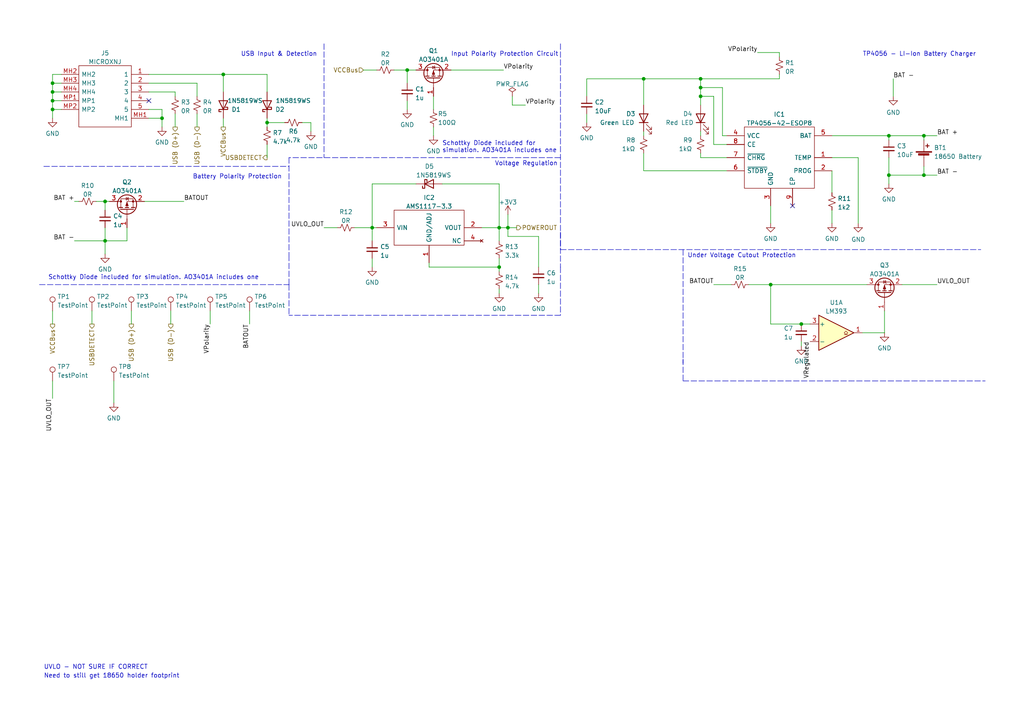
<source format=kicad_sch>
(kicad_sch (version 20211123) (generator eeschema)
  (paper "A4")
  (title_block (title "Power Module for STMDiscovery HAT") (date "2022-03-17") (rev "v0.1.1") (company "UCT") (comment 1 "Ryan Jones") (comment 2 "Group 7") (comment 3 "@Checked By: ") (comment 4 "@Authors: Ryan Jones, Alex Cargill & Devlin Trafford"))
  (lib_symbols
    (symbol "AMS1117-3.3V:AMS1117-3.3" (pin_names (offset 0.762))
      (property "Reference" "IC?" (at 15.24 6.189 0))
      (property "Value" "AMS1117-3.3" (at 15.24 3.6521 0))
      (symbol "AMS1117-3.3_0_0"
        (pin passive line (at 15.24 -12.7 90) (length 5.08) (name "GND/ADJ") (number "1"))
        (pin passive line (at 30.48 -2.54 180) (length 5.08) (name "VOUT") (number "2"))
        (pin passive line (at 0 -2.54 0) (length 5.08) (name "VIN") (number "3"))
        (pin no_connect line (at 30.48 -6.35 180) (length 5.08) (name "NC") (number "4"))
      )
      (symbol "AMS1117-3.3_0_1"
        (polyline (pts (xy 5.08 2.54) (xy 25.4 2.54) (xy 25.4 -7.62) (xy 5.08 -7.62) (xy 5.08 2.54)) (stroke (width 0.1524)))
      )
    )
    (symbol "Comparator:LM393" (pin_names (offset 0.127))
      (property "Reference" "U" (at 3.81 3.81 0))
      (property "Value" "LM393" (at 6.35 -3.81 0))
      (symbol "LM393_1_1"
        (polyline (pts (xy -5.08 5.08) (xy 5.08 0) (xy -5.08 -5.08) (xy -5.08 5.08)) (stroke (width 0.254)) (fill (type background)))
        (polyline (pts (xy 3.302 -0.508) (xy 2.794 -0.508) (xy 3.302 0) (xy 2.794 0.508) (xy 2.286 0) (xy 2.794 -0.508) (xy 2.286 -0.508)) (stroke (width 0.127)))
        (pin open_collector line (at 7.62 0 180) (length 2.54) (name "~") (number "1"))
        (pin input line (at -7.62 -2.54 0) (length 2.54) (name "-") (number "2"))
        (pin input line (at -7.62 2.54 0) (length 2.54) (name "+") (number "3"))
      )
      (symbol "LM393_2_1"
        (polyline (pts (xy -5.08 5.08) (xy 5.08 0) (xy -5.08 -5.08) (xy -5.08 5.08)) (stroke (width 0.254)) (fill (type background)))
        (polyline (pts (xy 3.302 -0.508) (xy 2.794 -0.508) (xy 3.302 0) (xy 2.794 0.508) (xy 2.286 0) (xy 2.794 -0.508) (xy 2.286 -0.508)) (stroke (width 0.127)))
        (pin input line (at -7.62 2.54 0) (length 2.54) (name "+") (number "5"))
        (pin input line (at -7.62 -2.54 0) (length 2.54) (name "_") (number "6"))
        (pin open_collector line (at 7.62 0 180) (length 2.54) (name "~") (number "7"))
      )
      (symbol "LM393_3_1"
        (pin power_in line (at -2.54 -7.62 90) (length 3.81) (name "V-") (number "4"))
        (pin power_in line (at -2.54 7.62 270) (length 3.81) (name "V+") (number "8"))
      )
    )
    (symbol "Connector:TestPoint" (pin_numbers hide) (pin_names (offset 0.762) hide)
      (property "Reference" "TP" (at 0 6.858 0))
      (property "Value" "TestPoint" (at 0 5.08 0))
      (symbol "TestPoint_0_1"
        (circle (center 0 3.302) (radius 0.762))
      )
      (symbol "TestPoint_1_1"
        (pin passive line (at 0 0 90) (length 2.54) (name "1") (number "1"))
      )
    )
    (symbol "Device:Battery_Cell" (pin_numbers hide) (pin_names (offset 0) hide)
      (property "Reference" "BT" (at 2.54 2.54 0))
      (property "Value" "Battery_Cell" (at 2.54 0 0))
      (symbol "Battery_Cell_0_1"
        (rectangle (start -2.286 1.778) (end 2.286 1.524) (fill (type outline)))
        (rectangle (start -1.5748 1.1938) (end 1.4732 0.6858) (fill (type outline)))
        (polyline (pts (xy 0 0.762) (xy 0 0)))
        (polyline (pts (xy 0 1.778) (xy 0 2.54)))
        (polyline (pts (xy 0.508 3.429) (xy 1.524 3.429)) (stroke (width 0.254)))
        (polyline (pts (xy 1.016 3.937) (xy 1.016 2.921)) (stroke (width 0.254)))
      )
      (symbol "Battery_Cell_1_1"
        (pin passive line (at 0 5.08 270) (length 2.54) (name "+") (number "1"))
        (pin passive line (at 0 -2.54 90) (length 2.54) (name "-") (number "2"))
      )
    )
    (symbol "Device:C_Small" (pin_numbers hide) (pin_names (offset 0.254) hide)
      (property "Reference" "C" (at 0.254 1.778 0))
      (property "Value" "C_Small" (at 0.254 -2.032 0))
      (symbol "C_Small_0_1"
        (polyline (pts (xy -1.524 -0.508) (xy 1.524 -0.508)) (stroke (width 0.3302)))
        (polyline (pts (xy -1.524 0.508) (xy 1.524 0.508)) (stroke (width 0.3048)))
      )
      (symbol "C_Small_1_1"
        (pin passive line (at 0 2.54 270) (length 2.032) (name "~") (number "1"))
        (pin passive line (at 0 -2.54 90) (length 2.032) (name "~") (number "2"))
      )
    )
    (symbol "Device:LED" (pin_numbers hide) (pin_names (offset 1.016) hide)
      (property "Reference" "D" (at 0 2.54 0))
      (property "Value" "LED" (at 0 -2.54 0))
      (symbol "LED_0_1"
        (polyline (pts (xy -1.27 -1.27) (xy -1.27 1.27)) (stroke (width 0.254)))
        (polyline (pts (xy -1.27 0) (xy 1.27 0)))
        (polyline (pts (xy 1.27 -1.27) (xy 1.27 1.27) (xy -1.27 0) (xy 1.27 -1.27)) (stroke (width 0.254)))
        (polyline (pts (xy -3.048 -0.762) (xy -4.572 -2.286) (xy -3.81 -2.286) (xy -4.572 -2.286) (xy -4.572 -1.524)))
        (polyline (pts (xy -1.778 -0.762) (xy -3.302 -2.286) (xy -2.54 -2.286) (xy -3.302 -2.286) (xy -3.302 -1.524)))
      )
      (symbol "LED_1_1"
        (pin passive line (at -3.81 0 0) (length 2.54) (name "K") (number "1"))
        (pin passive line (at 3.81 0 180) (length 2.54) (name "A") (number "2"))
      )
    )
    (symbol "Device:R_Small_US" (pin_numbers hide) (pin_names (offset 0.254) hide)
      (property "Reference" "R" (at 0.762 0.508 0))
      (property "Value" "R_Small_US" (at 0.762 -1.016 0))
      (symbol "R_Small_US_1_1"
        (polyline (pts (xy 0 0) (xy 1.016 -0.381) (xy 0 -0.762) (xy -1.016 -1.143) (xy 0 -1.524)))
        (polyline (pts (xy 0 1.524) (xy 1.016 1.143) (xy 0 0.762) (xy -1.016 0.381) (xy 0 0)))
        (pin passive line (at 0 2.54 270) (length 1.016) (name "~") (number "1"))
        (pin passive line (at 0 -2.54 90) (length 1.016) (name "~") (number "2"))
      )
    )
    (symbol "Diode:1N5819" (pin_numbers hide) (pin_names (offset 1.016) hide)
      (property "Reference" "D" (at 0 2.54 0))
      (property "Value" "1N5819" (at 0 -2.54 0))
      (symbol "1N5819_0_1"
        (polyline (pts (xy 1.27 0) (xy -1.27 0)))
        (polyline (pts (xy 1.27 1.27) (xy 1.27 -1.27) (xy -1.27 0) (xy 1.27 1.27)) (stroke (width 0.254)))
        (polyline (pts (xy -1.905 0.635) (xy -1.905 1.27) (xy -1.27 1.27) (xy -1.27 -1.27) (xy -0.635 -1.27) (xy -0.635 -0.635)) (stroke (width 0.254)))
      )
      (symbol "1N5819_1_1"
        (pin passive line (at -3.81 0 0) (length 2.54) (name "K") (number "1"))
        (pin passive line (at 3.81 0 180) (length 2.54) (name "A") (number "2"))
      )
    )
    (symbol "MICROXNJ:MICROXNJ" (pin_names (offset 0.762))
      (property "Reference" "J" (at 21.59 7.62 0))
      (property "Value" "MICROXNJ" (at 21.59 5.08 0))
      (symbol "MICROXNJ_0_0"
        (pin passive line (at 0 0 0) (length 5.08) (name "1") (number "1"))
        (pin passive line (at 0 -2.54 0) (length 5.08) (name "2") (number "2"))
        (pin passive line (at 0 -5.08 0) (length 5.08) (name "3") (number "3"))
        (pin passive line (at 0 -7.62 0) (length 5.08) (name "4") (number "4"))
        (pin passive line (at 0 -10.16 0) (length 5.08) (name "5") (number "5"))
        (pin passive line (at 0 -12.7 0) (length 5.08) (name "MH1") (number "MH1"))
        (pin passive line (at 25.4 0 180) (length 5.08) (name "MH2") (number "MH2"))
        (pin passive line (at 25.4 -2.54 180) (length 5.08) (name "MH3") (number "MH3"))
        (pin passive line (at 25.4 -5.08 180) (length 5.08) (name "MH4") (number "MH4"))
        (pin passive line (at 25.4 -7.62 180) (length 5.08) (name "MP1") (number "MP1"))
        (pin passive line (at 25.4 -10.16 180) (length 5.08) (name "MP2") (number "MP2"))
      )
      (symbol "MICROXNJ_0_1"
        (polyline (pts (xy 5.08 2.54) (xy 20.32 2.54) (xy 20.32 -15.24) (xy 5.08 -15.24) (xy 5.08 2.54)) (stroke (width 0.1524)))
      )
    )
    (symbol "TP4056:TP4056-42-ESOP8" (pin_names (offset 0.762))
      (property "Reference" "IC?" (at 15.24 6.189 0))
      (property "Value" "TP4056-42-ESOP8" (at 15.24 3.6521 0))
      (symbol "TP4056-42-ESOP8_0_0"
        (pin passive line (at 30.48 -6.35 180) (length 5.08) (name "TEMP") (number "1"))
        (pin passive line (at 30.48 -10.16 180) (length 5.08) (name "PROG") (number "2"))
        (pin passive line (at 12.7 -20.32 90) (length 5.08) (name "GND") (number "3"))
        (pin passive line (at 0 0 0) (length 5.08) (name "VCC") (number "4"))
        (pin passive line (at 30.48 0 180) (length 5.08) (name "BAT") (number "5"))
        (pin passive line (at 0 -10.16 0) (length 5.08) (name "~{STDBY}") (number "6"))
        (pin passive line (at 0 -6.35 0) (length 5.08) (name "~{CHRG}") (number "7"))
        (pin passive line (at 0 -2.54 0) (length 5.08) (name "CE") (number "8"))
        (pin passive line (at 19.05 -20.32 90) (length 5.08) (name "EP") (number "9"))
      )
      (symbol "TP4056-42-ESOP8_0_1"
        (polyline (pts (xy 5.08 2.54) (xy 25.4 2.54) (xy 25.4 -15.24) (xy 5.08 -15.24) (xy 5.08 2.54)) (stroke (width 0.1524)))
      )
    )
    (symbol "Transistor_FET:AO3401A" (pin_names hide)
      (property "Reference" "Q" (at 5.08 1.905 0))
      (property "Value" "AO3401A" (at 5.08 0 0))
      (symbol "AO3401A_0_1"
        (polyline (pts (xy 0.254 0) (xy -2.54 0)))
        (polyline (pts (xy 0.254 1.905) (xy 0.254 -1.905)) (stroke (width 0.254)))
        (polyline (pts (xy 0.762 -1.27) (xy 0.762 -2.286)) (stroke (width 0.254)))
        (polyline (pts (xy 0.762 0.508) (xy 0.762 -0.508)) (stroke (width 0.254)))
        (polyline (pts (xy 0.762 2.286) (xy 0.762 1.27)) (stroke (width 0.254)))
        (polyline (pts (xy 2.54 2.54) (xy 2.54 1.778)))
        (polyline (pts (xy 2.54 -2.54) (xy 2.54 0) (xy 0.762 0)))
        (polyline (pts (xy 0.762 1.778) (xy 3.302 1.778) (xy 3.302 -1.778) (xy 0.762 -1.778)))
        (polyline (pts (xy 2.286 0) (xy 1.27 0.381) (xy 1.27 -0.381) (xy 2.286 0)) (fill (type outline)))
        (polyline (pts (xy 2.794 -0.508) (xy 2.921 -0.381) (xy 3.683 -0.381) (xy 3.81 -0.254)))
        (polyline (pts (xy 3.302 -0.381) (xy 2.921 0.254) (xy 3.683 0.254) (xy 3.302 -0.381)))
        (circle (center 1.651 0) (radius 2.794) (stroke (width 0.254)))
        (circle (center 2.54 -1.778) (radius 0.254) (fill (type outline)))
        (circle (center 2.54 1.778) (radius 0.254) (fill (type outline)))
      )
      (symbol "AO3401A_1_1"
        (pin input line (at -5.08 0 0) (length 2.54) (name "G") (number "1"))
        (pin passive line (at 2.54 -5.08 90) (length 2.54) (name "S") (number "2"))
        (pin passive line (at 2.54 5.08 270) (length 2.54) (name "D") (number "3"))
      )
    )
    (symbol "power:+3V3" (power) (pin_names (offset 0))
      (property "Value" "+3V3" (at 0 3.556 0))
      (symbol "+3V3_0_1"
        (polyline (pts (xy -0.762 1.27) (xy 0 2.54)))
        (polyline (pts (xy 0 0) (xy 0 2.54)))
        (polyline (pts (xy 0 2.54) (xy 0.762 1.27)))
      )
      (symbol "+3V3_1_1"
        (pin power_in line (at 0 0 90) (length 0) hide (name "+3V3") (number "1"))
      )
    )
    (symbol "power:GND" (power) (pin_names (offset 0))
      (property "Value" "GND" (at 0 -3.81 0))
      (symbol "GND_0_1"
        (polyline (pts (xy 0 0) (xy 0 -1.27) (xy 1.27 -1.27) (xy 0 -2.54) (xy -1.27 -1.27) (xy 0 -1.27)))
      )
      (symbol "GND_1_1"
        (pin power_in line (at 0 0 270) (length 0) hide (name "GND") (number "1"))
      )
    )
    (symbol "power:PWR_FLAG" (power) (pin_numbers hide) (pin_names (offset 0) hide)
      (property "Value" "PWR_FLAG" (at 0 3.81 0))
      (symbol "PWR_FLAG_0_0"
        (pin power_out line (at 0 0 90) (length 0) (name "pwr") (number "1"))
      )
      (symbol "PWR_FLAG_0_1"
        (polyline (pts (xy 0 0) (xy 0 1.27) (xy -1.016 1.905) (xy 0 2.54) (xy 1.016 1.905) (xy 0 1.27)))
      )
    )
  )
  (junction (at 30.48 58.42))
  (junction (at 203.2 27.94))
  (junction (at 15.24 26.67))
  (junction (at 203.2 22.86))
  (junction (at 147.32 66.04))
  (junction (at 107.95 66.04))
  (junction (at 144.78 77.47))
  (junction (at 15.24 31.75))
  (junction (at 15.24 29.21))
  (junction (at 186.69 22.86))
  (junction (at 223.52 82.55))
  (junction (at 232.41 93.98))
  (junction (at 15.24 24.13))
  (junction (at 64.77 21.59))
  (junction (at 267.97 50.8))
  (junction (at 77.47 35.56))
  (junction (at 30.48 69.85))
  (junction (at 267.97 39.37))
  (junction (at 257.81 50.8))
  (junction (at 46.99 34.29))
  (junction (at 203.2 25.4))
  (junction (at 257.81 39.37))
  (junction (at 144.78 66.04))
  (junction (at 118.11 20.32))
  (no_connect (at 229.87 59.69))
  (no_connect (at 43.18 29.21))
  (wire (pts (xy 15.24 110.49) (xy 15.24 115.57)))
  (wire (pts (xy 267.97 50.8) (xy 257.81 50.8)))
  (wire (pts (xy 26.67 90.17) (xy 26.67 93.98)))
  (wire (pts (xy 144.78 83.82) (xy 144.78 85.09)))
  (wire (pts (xy 226.06 21.59) (xy 226.06 22.86)))
  (wire (pts (xy 93.98 66.04) (xy 97.79 66.04)))
  (polyline (pts (xy 11.43 82.55) (xy 83.82 82.55)))
  (wire (pts (xy 144.78 53.34) (xy 144.78 66.04)))
  (wire (pts (xy 248.92 45.72) (xy 248.92 64.77)))
  (wire (pts (xy 107.95 53.34) (xy 120.65 53.34)))
  (wire (pts (xy 77.47 45.72) (xy 77.47 41.91)))
  (wire (pts (xy 118.11 20.32) (xy 118.11 24.13)))
  (polyline (pts (xy 93.98 12.7) (xy 93.98 45.72)))
  (wire (pts (xy 209.55 39.37) (xy 209.55 25.4)))
  (wire (pts (xy 147.32 68.58) (xy 156.21 68.58)))
  (wire (pts (xy 77.47 35.56) (xy 77.47 36.83)))
  (wire (pts (xy 30.48 69.85) (xy 36.83 69.85)))
  (wire (pts (xy 148.59 27.94) (xy 148.59 30.48)))
  (polyline (pts (xy 162.56 91.44) (xy 83.82 91.44)))
  (wire (pts (xy 17.78 24.13) (xy 15.24 24.13)))
  (wire (pts (xy 223.52 82.55) (xy 251.46 82.55)))
  (wire (pts (xy 49.53 90.17) (xy 49.53 93.98)))
  (wire (pts (xy 170.18 22.86) (xy 170.18 27.94)))
  (polyline (pts (xy 162.56 45.72) (xy 100.33 45.72)))
  (wire (pts (xy 144.78 77.47) (xy 144.78 78.74)))
  (polyline (pts (xy 198.12 104.14) (xy 198.12 110.49)))
  (polyline (pts (xy 162.56 72.39) (xy 284.48 72.39)))
  (polyline (pts (xy 100.33 45.72) (xy 83.82 45.72)))
  (polyline (pts (xy 162.56 77.47) (xy 162.56 91.44)))
  (wire (pts (xy 223.52 64.77) (xy 223.52 59.69)))
  (wire (pts (xy 226.06 15.24) (xy 226.06 16.51)))
  (wire (pts (xy 207.01 27.94) (xy 203.2 27.94)))
  (wire (pts (xy 77.47 21.59) (xy 77.47 26.67)))
  (wire (pts (xy 43.18 31.75) (xy 46.99 31.75)))
  (wire (pts (xy 267.97 50.8) (xy 271.78 50.8)))
  (wire (pts (xy 267.97 39.37) (xy 267.97 40.64)))
  (wire (pts (xy 46.99 34.29) (xy 46.99 36.83)))
  (wire (pts (xy 209.55 25.4) (xy 203.2 25.4)))
  (wire (pts (xy 186.69 22.86) (xy 186.69 30.48)))
  (wire (pts (xy 203.2 22.86) (xy 226.06 22.86)))
  (polyline (pts (xy 83.82 82.55) (xy 83.82 91.44)))
  (wire (pts (xy 147.32 68.58) (xy 147.32 66.04)))
  (wire (pts (xy 186.69 22.86) (xy 203.2 22.86)))
  (wire (pts (xy 57.15 24.13) (xy 57.15 27.94)))
  (polyline (pts (xy 162.56 67.31) (xy 162.56 77.47)))
  (wire (pts (xy 33.02 110.49) (xy 33.02 116.84)))
  (polyline (pts (xy 198.12 110.49) (xy 285.75 110.49)))
  (wire (pts (xy 257.81 39.37) (xy 257.81 40.64)))
  (wire (pts (xy 203.2 38.1) (xy 203.2 39.37)))
  (wire (pts (xy 15.24 21.59) (xy 15.24 24.13)))
  (wire (pts (xy 186.69 49.53) (xy 210.82 49.53)))
  (wire (pts (xy 250.19 96.52) (xy 256.54 96.52)))
  (wire (pts (xy 207.01 27.94) (xy 207.01 41.91)))
  (wire (pts (xy 257.81 39.37) (xy 267.97 39.37)))
  (wire (pts (xy 50.8 33.02) (xy 50.8 36.83)))
  (wire (pts (xy 107.95 66.04) (xy 107.95 53.34)))
  (wire (pts (xy 118.11 20.32) (xy 120.65 20.32)))
  (wire (pts (xy 170.18 22.86) (xy 186.69 22.86)))
  (wire (pts (xy 156.21 68.58) (xy 156.21 77.47)))
  (wire (pts (xy 170.18 33.02) (xy 170.18 35.56)))
  (wire (pts (xy 50.8 26.67) (xy 50.8 27.94)))
  (wire (pts (xy 207.01 82.55) (xy 212.09 82.55)))
  (polyline (pts (xy 198.12 72.39) (xy 198.12 105.41)))
  (wire (pts (xy 144.78 66.04) (xy 139.7 66.04)))
  (wire (pts (xy 156.21 82.55) (xy 156.21 85.09)))
  (wire (pts (xy 17.78 29.21) (xy 15.24 29.21)))
  (wire (pts (xy 203.2 45.72) (xy 210.82 45.72)))
  (wire (pts (xy 102.87 66.04) (xy 107.95 66.04)))
  (wire (pts (xy 232.41 93.98) (xy 234.95 93.98)))
  (wire (pts (xy 259.08 22.86) (xy 259.08 27.94)))
  (wire (pts (xy 107.95 66.04) (xy 107.95 69.85)))
  (wire (pts (xy 144.78 66.04) (xy 144.78 69.85)))
  (wire (pts (xy 256.54 90.17) (xy 256.54 96.52)))
  (polyline (pts (xy 162.56 12.7) (xy 162.56 72.39)))
  (wire (pts (xy 30.48 58.42) (xy 30.48 60.96)))
  (wire (pts (xy 17.78 31.75) (xy 15.24 31.75)))
  (wire (pts (xy 64.77 34.29) (xy 64.77 36.83)))
  (wire (pts (xy 64.77 21.59) (xy 77.47 21.59)))
  (wire (pts (xy 241.3 60.96) (xy 241.3 64.77)))
  (wire (pts (xy 267.97 39.37) (xy 271.78 39.37)))
  (wire (pts (xy 17.78 26.67) (xy 15.24 26.67)))
  (wire (pts (xy 257.81 50.8) (xy 257.81 53.34)))
  (wire (pts (xy 217.17 82.55) (xy 223.52 82.55)))
  (wire (pts (xy 261.62 82.55) (xy 271.78 82.55)))
  (wire (pts (xy 125.73 36.83) (xy 125.73 39.37)))
  (wire (pts (xy 267.97 48.26) (xy 267.97 50.8)))
  (polyline (pts (xy 83.82 82.55) (xy 83.82 74.93)))
  (wire (pts (xy 46.99 31.75) (xy 46.99 34.29)))
  (wire (pts (xy 15.24 24.13) (xy 15.24 26.67)))
  (wire (pts (xy 87.63 35.56) (xy 90.17 35.56)))
  (wire (pts (xy 64.77 26.67) (xy 64.77 21.59)))
  (wire (pts (xy 41.91 58.42) (xy 53.34 58.42)))
  (wire (pts (xy 15.24 90.17) (xy 15.24 93.98)))
  (wire (pts (xy 90.17 35.56) (xy 90.17 38.1)))
  (wire (pts (xy 77.47 34.29) (xy 77.47 35.56)))
  (wire (pts (xy 223.52 93.98) (xy 232.41 93.98)))
  (wire (pts (xy 219.71 15.24) (xy 226.06 15.24)))
  (wire (pts (xy 124.46 77.47) (xy 144.78 77.47)))
  (wire (pts (xy 36.83 66.04) (xy 36.83 69.85)))
  (wire (pts (xy 210.82 41.91) (xy 207.01 41.91)))
  (wire (pts (xy 203.2 44.45) (xy 203.2 45.72)))
  (wire (pts (xy 241.3 49.53) (xy 241.3 55.88)))
  (wire (pts (xy 203.2 27.94) (xy 203.2 30.48)))
  (wire (pts (xy 17.78 21.59) (xy 15.24 21.59)))
  (wire (pts (xy 114.3 20.32) (xy 118.11 20.32)))
  (polyline (pts (xy 12.7 48.26) (xy 83.82 48.26)))
  (wire (pts (xy 232.41 99.06) (xy 232.41 100.33)))
  (wire (pts (xy 118.11 29.21) (xy 118.11 31.75)))
  (wire (pts (xy 210.82 39.37) (xy 209.55 39.37)))
  (wire (pts (xy 107.95 66.04) (xy 109.22 66.04)))
  (wire (pts (xy 144.78 66.04) (xy 147.32 66.04)))
  (wire (pts (xy 128.27 53.34) (xy 144.78 53.34)))
  (wire (pts (xy 147.32 66.04) (xy 149.86 66.04)))
  (wire (pts (xy 27.94 58.42) (xy 30.48 58.42)))
  (wire (pts (xy 147.32 62.23) (xy 147.32 66.04)))
  (wire (pts (xy 60.96 90.17) (xy 60.96 93.98)))
  (wire (pts (xy 64.77 21.59) (xy 43.18 21.59)))
  (wire (pts (xy 15.24 26.67) (xy 15.24 29.21)))
  (wire (pts (xy 46.99 34.29) (xy 43.18 34.29)))
  (wire (pts (xy 43.18 26.67) (xy 50.8 26.67)))
  (wire (pts (xy 203.2 25.4) (xy 203.2 27.94)))
  (wire (pts (xy 144.78 74.93) (xy 144.78 77.47)))
  (wire (pts (xy 257.81 45.72) (xy 257.81 50.8)))
  (wire (pts (xy 21.59 69.85) (xy 30.48 69.85)))
  (wire (pts (xy 241.3 45.72) (xy 248.92 45.72)))
  (wire (pts (xy 148.59 30.48) (xy 152.4 30.48)))
  (wire (pts (xy 21.59 58.42) (xy 22.86 58.42)))
  (wire (pts (xy 124.46 76.2) (xy 124.46 77.47)))
  (wire (pts (xy 72.39 90.17) (xy 72.39 93.98)))
  (wire (pts (xy 223.52 82.55) (xy 223.52 93.98)))
  (polyline (pts (xy 83.82 45.72) (xy 83.82 74.93)))
  (wire (pts (xy 15.24 29.21) (xy 15.24 31.75)))
  (wire (pts (xy 107.95 74.93) (xy 107.95 77.47)))
  (wire (pts (xy 203.2 22.86) (xy 203.2 25.4)))
  (wire (pts (xy 186.69 38.1) (xy 186.69 39.37)))
  (wire (pts (xy 125.73 27.94) (xy 125.73 31.75)))
  (wire (pts (xy 38.1 90.17) (xy 38.1 93.98)))
  (wire (pts (xy 43.18 24.13) (xy 57.15 24.13)))
  (wire (pts (xy 130.81 20.32) (xy 146.05 20.32)))
  (wire (pts (xy 30.48 69.85) (xy 30.48 73.66)))
  (wire (pts (xy 186.69 44.45) (xy 186.69 49.53)))
  (wire (pts (xy 105.41 20.32) (xy 109.22 20.32)))
  (wire (pts (xy 77.47 35.56) (xy 82.55 35.56)))
  (wire (pts (xy 30.48 58.42) (xy 31.75 58.42)))
  (wire (pts (xy 57.15 33.02) (xy 57.15 36.83)))
  (wire (pts (xy 241.3 39.37) (xy 257.81 39.37)))
  (wire (pts (xy 15.24 31.75) (xy 15.24 34.29)))
  (wire (pts (xy 30.48 66.04) (xy 30.48 69.85)))
  (text "Battery Polarity Protection" (at 55.88 52.07 0) (effects (font (size 1.27 1.27)) (justify left bottom)))
  (text "USB Input & Detection" (at 69.85 16.51 0) (effects (font (size 1.27 1.27)) (justify left bottom)))
  (text "Schottky Diode included for \nsimulation. AO3401A includes one" (at 128.27 44.45 0) (effects (font (size 1.27 1.27)) (justify left bottom)))
  (text "Voltage Regulation" (at 143.51 48.26 0) (effects (font (size 1.27 1.27)) (justify left bottom)))
  (text "TP4056 - LI-Ion Battery Charger" (at 250.19 16.51 0) (effects (font (size 1.27 1.27)) (justify left bottom)))
  (text "Under Voltage Cutout Protection" (at 199.39 74.93 0) (effects (font (size 1.27 1.27)) (justify left bottom)))
  (text "UVLO - NOT SURE IF CORRECT" (at 12.7 194.31 0) (effects (font (size 1.27 1.27)) (justify left bottom)))
  (text "Input Polarity Protection Circuit" (at 130.81 16.51 0) (effects (font (size 1.27 1.27)) (justify left bottom)))
  (text "Check IC can take in ~4V" (at 186.69 -228.6 0) (effects (font (size 1.27 1.27)) (justify left bottom)))
  (text "Schottky Diode included for simulation. AO3401A includes one" (at 13.97 81.28 0) (effects (font (size 1.27 1.27)) (justify left bottom)))
  (text "Need to still get 18650 holder footprint" (at 12.7 196.85 0) (effects (font (size 1.27 1.27)) (justify left bottom)))
  (label "BAT +" (at 271.78 39.37 0))
  (label "VPolarity" (at 219.71 15.24 180))
  (label "VPolarity" (at 60.96 93.98 270))
  (label "BAT -" (at 271.78 50.8 0))
  (label "UVLO_OUT" (at 15.24 115.57 270))
  (label "VRegulated" (at 234.95 99.06 270))
  (label "VPolarity" (at 152.4 30.48 0))
  (label "VPolarity" (at 146.05 20.32 0))
  (label "UVLO_OUT" (at 271.78 82.55 0))
  (label "BAT +" (at 21.59 58.42 180))
  (label "UVLO_OUT" (at 93.98 66.04 180))
  (label "BATOUT" (at 72.39 93.98 270))
  (label "BATOUT" (at 53.34 58.42 0))
  (label "BAT -" (at 21.59 69.85 180))
  (label "BAT -" (at 259.08 22.86 0))
  (label "BATOUT" (at 207.01 82.55 180))
  (hierarchical_label "USB (D-)" (shape output) (at 57.15 36.83 270))
  (hierarchical_label "USBDETECT" (shape output) (at 77.47 45.72 180))
  (hierarchical_label "USB (D-)" (shape output) (at 49.53 93.98 270))
  (hierarchical_label "POWEROUT" (shape output) (at 149.86 66.04 0))
  (hierarchical_label "USB (D+)" (shape output) (at 50.8 36.83 270))
  (hierarchical_label "USB (D+)" (shape output) (at 38.1 93.98 270))
  (hierarchical_label "USBDETECT" (shape output) (at 26.67 93.98 270))
  (hierarchical_label "VCCBus" (shape output) (at 15.24 93.98 270))
  (hierarchical_label "VCCBus" (shape input) (at 105.41 20.32 180))
  (hierarchical_label "VCCBus" (shape output) (at 64.77 36.83 270))
  (symbol (lib_id "Device:LED") (at 203.2 34.29 90) (unit 1)
    (property "Reference" "D4" (at 198.12 33.02 90) (effects (justify right)))
    (property "Value" "Red LED" (at 193.04 35.56 90) (effects (justify right)))
    (property "Footprint" "Red_LED:LEDC1608X70N" (effects hide))
    (property "JLC Part Number" "C84256" (effects hide))
    (property "Price" "$0.0139" (effects hide))
  )
  (symbol (lib_id "Connector:TestPoint") (at 15.24 110.49 0) (unit 1)
    (property "Reference" "TP7" (at 16.637 106.3533 0) (effects (justify left)))
    (property "Value" "TestPoint" (at 16.637 108.8902 0) (effects (justify left)))
    (property "Footprint" "TestPoint:TestPoint_Pad_D2.0mm" (effects hide))
  )
  (symbol (lib_id "MICROXNJ:MICROXNJ") (at 43.18 21.59 0) (mirror y) (unit 1)
    (property "Reference" "J5" (at 30.48 15.401 0))
    (property "Value" "MICROXNJ" (at 30.48 17.9379 0))
    (property "Footprint" "MICROXNJ:MICROXNJ" (effects hide))
    (property "Datasheet" "https://datasheet.lcsc.com/szlcsc/1912111437_SHOU-HAN-MicroXNJ_C404969.pdf" (effects hide))
    (property "Description" "MICRO-USB-SMD_MICROXNJ" (effects hide))
    (property "Height" "2.425" (effects hide))
    (property "Manufacturer_Name" "Shou Han" (effects hide))
    (property "Manufacturer_Part_Number" "MICROXNJ" (effects hide))
    (property "JLC Part Number" "C404969" (effects hide))
    (property "Price" "$0.6496" (effects hide))
  )
  (symbol (lib_id "Device:R_Small_US") (at 186.69 41.91 0) (unit 1)
    (property "Reference" "R8" (at 181.61 40.64 0) (effects (justify left)))
    (property "Value" "1kΩ" (at 180.34 43.18 0) (effects (justify left)))
    (property "Footprint" "1k:RESC1608X55N" (effects hide))
    (property "JLC Part Number" "C25905" (effects hide))
    (property "Field5" "$0.0007" (effects hide))
    (property "Price" "$0.0007" (effects hide))
  )
  (symbol (lib_id "Diode:1N5819") (at 64.77 30.48 90) (unit 1)
    (property "Reference" "D1" (at 69.85 31.75 90) (effects (justify left)))
    (property "Value" "1N5819WS" (at 76.2 29.21 90) (effects (justify left)))
    (property "Footprint" "Diode_SMD:D_SOD-323" (effects hide))
    (property "Datasheet" "https://datasheet.lcsc.com/lcsc/1810202112_Guangdong-Hottech-1N5819WS_C191023.pdf" (effects hide))
    (property "JLC Part Number" "C191023" (effects hide))
    (property "Price" "0.0103" (effects hide))
  )
  (symbol (lib_id "power:+3V3") (at 147.32 62.23 0) (unit 1)
    (property "Reference" "#PWR030" (effects hide))
    (property "Value" "+3V3" (at 147.32 58.6542 0))
  )
  (symbol (lib_id "Device:R_Small_US") (at 144.78 72.39 180) (unit 1)
    (property "Reference" "R13" (at 146.431 71.5553 0) (effects (justify right)))
    (property "Value" "3.3k" (at 146.431 74.0922 0) (effects (justify right)))
    (property "Footprint" "3k3:RESC1608X55N" (effects hide))
    (property "Datasheet" "https://datasheet.lcsc.com/lcsc/2110251730_UNI-ROYAL-Uniroyal-Elec-0402WGF0000TCE_C17168.pdf" (effects hide))
    (property "JLC Part Number" "C22978" (effects hide))
    (property "Price" "0.0013" (effects hide))
  )
  (symbol (lib_id "Device:R_Small_US") (at 100.33 66.04 270) (unit 1)
    (property "Reference" "R12" (at 100.33 61.4512 90))
    (property "Value" "0R" (at 100.33 63.9881 90))
    (property "Footprint" "0R:RESC2013X65N" (effects hide))
    (property "Datasheet" "https://datasheet.lcsc.com/lcsc/2110251730_UNI-ROYAL-Uniroyal-Elec-0402WGF0000TCE_C17168.pdf" (effects hide))
    (property "JLC Part Number" "C17477" (effects hide))
    (property "Price" "0.0024" (effects hide))
  )
  (symbol (lib_id "Device:R_Small_US") (at 125.73 34.29 0) (unit 1)
    (property "Reference" "R5" (at 127 33.02 0) (effects (justify left)))
    (property "Value" "100Ω" (at 127 35.56 0) (effects (justify left)))
    (property "Footprint" "100_ohm:RESC3116X65N" (effects hide))
    (property "JLC Part Number" "C17901" (effects hide))
    (property "Price" "$0.0043" (effects hide))
  )
  (symbol (lib_id "Device:C_Small") (at 156.21 80.01 0) (unit 1)
    (property "Reference" "C6" (at 158.5341 79.1816 0) (effects (justify left)))
    (property "Value" "1u" (at 158.5341 81.7185 0) (effects (justify left)))
    (property "Footprint" "1uF_0804:CAPC1608X90N" (effects hide))
    (property "JLC Part Number" "C52923" (effects hide))
    (property "Price" "$0.0037" (effects hide))
  )
  (symbol (lib_id "Device:R_Small_US") (at 214.63 82.55 270) (unit 1)
    (property "Reference" "R15" (at 214.63 77.9612 90))
    (property "Value" "0R" (at 214.63 80.4981 90))
    (property "Footprint" "0R:RESC2013X65N" (effects hide))
    (property "Datasheet" "https://datasheet.lcsc.com/lcsc/2110251730_UNI-ROYAL-Uniroyal-Elec-0402WGF0000TCE_C17168.pdf" (effects hide))
    (property "JLC Part Number" "C17477" (effects hide))
    (property "Price" "0.0024" (effects hide))
  )
  (symbol (lib_id "Connector:TestPoint") (at 15.24 90.17 0) (unit 1)
    (property "Reference" "TP1" (at 16.637 86.0333 0) (effects (justify left)))
    (property "Value" "TestPoint" (at 16.637 88.5702 0) (effects (justify left)))
    (property "Footprint" "TestPoint:TestPoint_Pad_D2.0mm" (effects hide))
  )
  (symbol (lib_id "power:GND") (at 248.92 64.77 0) (unit 1)
    (property "Reference" "#PWR033" (effects hide))
    (property "Value" "GND" (at 250.9829 69.4612 0) (effects (justify right)))
  )
  (symbol (lib_id "Comparator:LM393") (at 242.57 96.52 0) (unit 1)
    (property "Reference" "U1" (at 242.57 87.7402 0))
    (property "Value" "LM393" (at 242.57 90.2771 0))
    (property "Footprint" "LMS393DRG:SOIC127P600X175-8N" (effects hide))
    (property "Datasheet" "http://www.ti.com/lit/ds/symlink/lm393.pdf" (effects hide))
  )
  (symbol (lib_id "power:GND") (at 259.08 27.94 0) (unit 1)
    (property "Reference" "#PWR022" (effects hide))
    (property "Value" "GND" (at 261.1429 32.6312 0) (effects (justify right)))
  )
  (symbol (lib_id "AMS1117-3.3V:AMS1117-3.3") (at 109.22 63.5 0) (unit 1)
    (property "Reference" "IC2" (at 124.46 57.311 0))
    (property "Value" "AMS1117-3.3" (at 124.46 59.8479 0))
    (property "Footprint" "AMS1117-3.3V:SOT229P700X180-4N" (effects hide))
    (property "Datasheet" "https://datasheet.datasheetarchive.com/originals/distributors/Datasheets-28/DSA-550594.pdf" (effects hide))
    (property "Description" "Descriptions of ams AMS1117-3.3 provided by its distributors." (effects hide))
    (property "Height" "1.8" (effects hide))
    (property "Manufacturer_Name" "Advanced" (effects hide))
    (property "Manufacturer_Part_Number" "AMS1117-3.3" (effects hide))
    (property "JLC Part Number" "C6186" (effects hide))
    (property "Price" "$0.1855" (effects hide))
  )
  (symbol (lib_id "power:GND") (at 156.21 85.09 0) (unit 1)
    (property "Reference" "#PWR037" (effects hide))
    (property "Value" "GND" (at 156.21 89.5334 0))
  )
  (symbol (lib_id "power:GND") (at 30.48 73.66 0) (unit 1)
    (property "Reference" "#PWR034" (effects hide))
    (property "Value" "GND" (at 30.48 78.1034 0))
  )
  (symbol (lib_id "Device:R_Small_US") (at 241.3 58.42 0) (unit 1)
    (property "Reference" "R11" (at 242.951 57.5853 0) (effects (justify left)))
    (property "Value" "1k2" (at 242.951 60.1222 0) (effects (justify left)))
    (property "Footprint" "1k:RESC1608X55N" (effects hide))
    (property "JLC Part Number" "C22765" (effects hide))
    (property "Price" "$0.0014" (effects hide))
  )
  (symbol (lib_id "Device:C_Small") (at 170.18 30.48 0) (unit 1)
    (property "Reference" "C2" (at 172.5041 29.6516 0) (effects (justify left)))
    (property "Value" "10uF" (at 172.5041 32.1885 0) (effects (justify left)))
    (property "Footprint" "10uF_0804:CAPC2012X145N" (effects hide))
    (property "JLC Part Number" "C19702" (effects hide))
    (property "Price" "$0.068" (effects hide))
  )
  (symbol (lib_id "power:GND") (at 33.02 116.84 0) (unit 1)
    (property "Reference" "#PWR040" (effects hide))
    (property "Value" "GND" (at 33.02 121.2834 0))
  )
  (symbol (lib_id "power:GND") (at 257.81 53.34 0) (unit 1)
    (property "Reference" "#PWR029" (effects hide))
    (property "Value" "GND" (at 257.81 57.7834 0))
  )
  (symbol (lib_id "Transistor_FET:AO3401A") (at 256.54 85.09 90) (unit 1)
    (property "Reference" "Q3" (at 256.54 76.9452 90))
    (property "Value" "AO3401A" (at 256.54 79.4821 90))
    (property "Footprint" "AO3401A:SOT95P280X125-3N" (effects hide))
    (property "Datasheet" "http://www.aosmd.com/pdfs/datasheet/AO3401A.pdf" (effects hide))
    (property "JLC Part Number" "C15127" (effects hide))
    (property "Price" "$0.1774" (effects hide))
  )
  (symbol (lib_id "Device:R_Small_US") (at 50.8 30.48 180) (unit 1)
    (property "Reference" "R3" (at 52.451 29.6453 0) (effects (justify right)))
    (property "Value" "0R" (at 52.451 32.1822 0) (effects (justify right)))
    (property "Footprint" "0R:RESC2013X65N" (effects hide))
    (property "Datasheet" "https://datasheet.lcsc.com/lcsc/2110251730_UNI-ROYAL-Uniroyal-Elec-0402WGF0000TCE_C17168.pdf" (effects hide))
    (property "JLC Part Number" "C17477" (effects hide))
    (property "Price" "0.0024" (effects hide))
  )
  (symbol (lib_id "Connector:TestPoint") (at 33.02 110.49 0) (unit 1)
    (property "Reference" "TP8" (at 34.417 106.3533 0) (effects (justify left)))
    (property "Value" "TestPoint" (at 34.417 108.8902 0) (effects (justify left)))
    (property "Footprint" "TestPoint:TestPoint_Pad_D2.0mm" (effects hide))
  )
  (symbol (lib_id "Device:LED") (at 186.69 34.29 90) (unit 1)
    (property "Reference" "D3" (at 181.61 33.02 90) (effects (justify right)))
    (property "Value" "Green LED" (at 173.99 35.56 90) (effects (justify right)))
    (property "Footprint" "Green_LED:LEDC1608X50N" (effects hide))
    (property "JLC Part Number" "C72043" (effects hide))
    (property "Price" "$0.0312" (effects hide))
  )
  (symbol (lib_id "power:GND") (at 46.99 36.83 0) (mirror y) (unit 1)
    (property "Reference" "#PWR026" (effects hide))
    (property "Value" "GND" (at 46.99 41.2734 0))
  )
  (symbol (lib_id "power:GND") (at 241.3 64.77 0) (unit 1)
    (property "Reference" "#PWR032" (effects hide))
    (property "Value" "GND" (at 241.3 69.2134 0))
  )
  (symbol (lib_id "power:GND") (at 256.54 96.52 0) (unit 1)
    (property "Reference" "#PWR038" (effects hide))
    (property "Value" "GND" (at 256.54 100.9634 0))
  )
  (symbol (lib_id "Connector:TestPoint") (at 26.67 90.17 0) (unit 1)
    (property "Reference" "TP2" (at 28.067 86.0333 0) (effects (justify left)))
    (property "Value" "TestPoint" (at 28.067 88.5702 0) (effects (justify left)))
    (property "Footprint" "TestPoint:TestPoint_Pad_D2.0mm" (effects hide))
  )
  (symbol (lib_id "Device:C_Small") (at 30.48 63.5 0) (unit 1)
    (property "Reference" "C4" (at 32.8041 62.6716 0) (effects (justify left)))
    (property "Value" "1u" (at 32.8041 65.2085 0) (effects (justify left)))
    (property "Footprint" "1uF_0804:CAPC1608X90N" (effects hide))
    (property "JLC Part Number" "C52923" (effects hide))
    (property "Price" "$0.0037" (effects hide))
  )
  (symbol (lib_id "power:GND") (at 107.95 77.47 0) (unit 1)
    (property "Reference" "#PWR035" (effects hide))
    (property "Value" "GND" (at 107.95 81.9134 0))
  )
  (symbol (lib_id "Connector:TestPoint") (at 60.96 90.17 0) (unit 1)
    (property "Reference" "TP5" (at 62.357 86.0333 0) (effects (justify left)))
    (property "Value" "TestPoint" (at 62.357 88.5702 0) (effects (justify left)))
    (property "Footprint" "TestPoint:TestPoint_Pad_D2.0mm" (effects hide))
  )
  (symbol (lib_id "Device:C_Small") (at 232.41 96.52 0) (unit 1)
    (property "Reference" "C7" (at 227.33 95.25 0) (effects (justify left)))
    (property "Value" "1u" (at 227.33 97.79 0) (effects (justify left)))
    (property "Footprint" "1uF_0804:CAPC1608X90N" (effects hide))
    (property "JLC Part Number" "C52923" (effects hide))
    (property "Price" "$0.0037" (effects hide))
  )
  (symbol (lib_id "Device:R_Small_US") (at 77.47 39.37 180) (unit 1)
    (property "Reference" "R7" (at 79.121 38.5353 0) (effects (justify right)))
    (property "Value" "4.7k" (at 79.121 41.0722 0) (effects (justify right)))
    (property "Footprint" "4k7:RESC2013X65N" (effects hide))
    (property "Datasheet" "https://datasheet.lcsc.com/lcsc/2110251730_UNI-ROYAL-Uniroyal-Elec-0402WGF0000TCE_C17168.pdf" (effects hide))
    (property "JLC Part Number" "C17673" (effects hide))
    (property "Price" "0.0027" (effects hide))
  )
  (symbol (lib_id "Device:R_Small_US") (at 57.15 30.48 180) (unit 1)
    (property "Reference" "R4" (at 58.801 29.6453 0) (effects (justify right)))
    (property "Value" "0R" (at 58.801 32.1822 0) (effects (justify right)))
    (property "Footprint" "0R:RESC2013X65N" (effects hide))
    (property "Datasheet" "https://datasheet.lcsc.com/lcsc/2110251730_UNI-ROYAL-Uniroyal-Elec-0402WGF0000TCE_C17168.pdf" (effects hide))
    (property "JLC Part Number" "C17477" (effects hide))
    (property "Price" "0.0024" (effects hide))
  )
  (symbol (lib_id "Diode:1N5819") (at 124.46 53.34 0) (mirror x) (unit 1)
    (property "Reference" "D5" (at 123.19 48.26 0) (effects (justify left)))
    (property "Value" "1N5819WS" (at 120.65 50.8 0) (effects (justify left)))
    (property "Footprint" "Diode_SMD:D_SOD-323" (effects hide))
    (property "Datasheet" "https://datasheet.lcsc.com/lcsc/1810202112_Guangdong-Hottech-1N5819WS_C191023.pdf" (effects hide))
    (property "JLC Part Number" "C191023" (effects hide))
    (property "Price" "0.0103" (effects hide))
  )
  (symbol (lib_id "Transistor_FET:AO3401A") (at 36.83 60.96 90) (unit 1)
    (property "Reference" "Q2" (at 36.83 52.8152 90))
    (property "Value" "AO3401A" (at 36.83 55.3521 90))
    (property "Footprint" "AO3401A:SOT95P280X125-3N" (effects hide))
    (property "Datasheet" "http://www.aosmd.com/pdfs/datasheet/AO3401A.pdf" (effects hide))
    (property "JLC Part Number" "C15127" (effects hide))
    (property "Price" "$0.1774" (effects hide))
  )
  (symbol (lib_id "Device:C_Small") (at 257.81 43.18 0) (unit 1)
    (property "Reference" "C3" (at 260.1341 42.3516 0) (effects (justify left)))
    (property "Value" "10uF" (at 260.1341 44.8885 0) (effects (justify left)))
    (property "Footprint" "10uF_0804:CAPC2012X145N" (effects hide))
    (property "JLC Part Number" "C19702" (effects hide))
    (property "Price" "$0.068" (effects hide))
  )
  (symbol (lib_id "power:GND") (at 90.17 38.1 0) (mirror y) (unit 1)
    (property "Reference" "#PWR027" (effects hide))
    (property "Value" "GND" (at 90.17 42.5434 0))
  )
  (symbol (lib_id "Device:R_Small_US") (at 203.2 41.91 0) (unit 1)
    (property "Reference" "R9" (at 198.12 40.64 0) (effects (justify left)))
    (property "Value" "1kΩ" (at 196.85 43.18 0) (effects (justify left)))
    (property "Footprint" "1k:RESC1608X55N" (effects hide))
    (property "JLC Part Number" "C25905" (effects hide))
    (property "Field5" "$0.0007" (effects hide))
    (property "Price" "$0.0007" (effects hide))
  )
  (symbol (lib_id "power:GND") (at 125.73 39.37 0) (unit 1)
    (property "Reference" "#PWR028" (effects hide))
    (property "Value" "GND" (at 125.73 43.8134 0))
  )
  (symbol (lib_id "power:GND") (at 232.41 100.33 0) (unit 1)
    (property "Reference" "#PWR039" (effects hide))
    (property "Value" "GND" (at 232.41 104.7734 0))
  )
  (symbol (lib_id "Device:C_Small") (at 107.95 72.39 0) (unit 1)
    (property "Reference" "C5" (at 110.2741 71.5616 0) (effects (justify left)))
    (property "Value" "1u" (at 110.2741 74.0985 0) (effects (justify left)))
    (property "Footprint" "1uF_0804:CAPC1608X90N" (effects hide))
    (property "JLC Part Number" "C52923" (effects hide))
    (property "Price" "$0.0037" (effects hide))
  )
  (symbol (lib_id "Device:R_Small_US") (at 144.78 81.28 180) (unit 1)
    (property "Reference" "R14" (at 146.431 80.4453 0) (effects (justify right)))
    (property "Value" "4.7k" (at 146.431 82.9822 0) (effects (justify right)))
    (property "Footprint" "4k7:RESC2013X65N" (effects hide))
    (property "Datasheet" "https://datasheet.lcsc.com/lcsc/2110251730_UNI-ROYAL-Uniroyal-Elec-0402WGF0000TCE_C17168.pdf" (effects hide))
    (property "JLC Part Number" "C17673" (effects hide))
    (property "Price" "0.0027" (effects hide))
  )
  (symbol (lib_id "power:GND") (at 223.52 64.77 0) (unit 1)
    (property "Reference" "#PWR031" (effects hide))
    (property "Value" "GND" (at 223.52 69.2134 0))
  )
  (symbol (lib_id "power:GND") (at 170.18 35.56 0) (unit 1)
    (property "Reference" "#PWR025" (effects hide))
    (property "Value" "GND" (at 170.18 40.0034 0))
  )
  (symbol (lib_id "power:GND") (at 144.78 85.09 0) (unit 1)
    (property "Reference" "#PWR036" (effects hide))
    (property "Value" "GND" (at 144.78 89.5334 0))
  )
  (symbol (lib_id "power:GND") (at 15.24 34.29 0) (mirror y) (unit 1)
    (property "Reference" "#PWR024" (effects hide))
    (property "Value" "GND" (at 15.24 38.7334 0))
  )
  (symbol (lib_id "Device:R_Small_US") (at 111.76 20.32 270) (unit 1)
    (property "Reference" "R2" (at 111.76 15.7312 90))
    (property "Value" "0R" (at 111.76 18.2681 90))
    (property "Footprint" "0R:RESC2013X65N" (effects hide))
    (property "Datasheet" "https://datasheet.lcsc.com/lcsc/2110251730_UNI-ROYAL-Uniroyal-Elec-0402WGF0000TCE_C17168.pdf" (effects hide))
    (property "JLC Part Number" "C17477" (effects hide))
    (property "Price" "0.0024" (effects hide))
  )
  (symbol (lib_id "Device:R_Small_US") (at 25.4 58.42 270) (unit 1)
    (property "Reference" "R10" (at 25.4 53.8312 90))
    (property "Value" "0R" (at 25.4 56.3681 90))
    (property "Footprint" "0R:RESC2013X65N" (effects hide))
    (property "Datasheet" "https://datasheet.lcsc.com/lcsc/2110251730_UNI-ROYAL-Uniroyal-Elec-0402WGF0000TCE_C17168.pdf" (effects hide))
    (property "JLC Part Number" "C17477" (effects hide))
    (property "Price" "0.0024" (effects hide))
  )
  (symbol (lib_id "Device:C_Small") (at 118.11 26.67 0) (unit 1)
    (property "Reference" "C1" (at 120.4341 25.8416 0) (effects (justify left)))
    (property "Value" "1u" (at 120.4341 28.3785 0) (effects (justify left)))
    (property "Footprint" "1uF_0804:CAPC1608X90N" (effects hide))
    (property "JLC Part Number" "C52923" (effects hide))
    (property "Price" "$0.0037" (effects hide))
  )
  (symbol (lib_id "Device:Battery_Cell") (at 267.97 45.72 0) (unit 1)
    (property "Reference" "BT1" (at 270.891 42.8533 0) (effects (justify left)))
    (property "Value" "18650 Battery" (at 270.891 45.3902 0) (effects (justify left)))
    (property "Footprint" "bat_holder:KEYSTONE-1042" (effects hide))
    (property "Populate" "DNP" (effects hide))
  )
  (symbol (lib_id "Device:R_Small_US") (at 226.06 19.05 180) (unit 1)
    (property "Reference" "R1" (at 227.711 18.2153 0) (effects (justify right)))
    (property "Value" "0R" (at 227.711 20.7522 0) (effects (justify right)))
    (property "Footprint" "0R:RESC2013X65N" (effects hide))
    (property "Datasheet" "https://datasheet.lcsc.com/lcsc/2110251730_UNI-ROYAL-Uniroyal-Elec-0402WGF0000TCE_C17168.pdf" (effects hide))
    (property "JLC Part Number" "C17477" (effects hide))
    (property "Price" "0.0024" (effects hide))
  )
  (symbol (lib_id "Connector:TestPoint") (at 38.1 90.17 0) (unit 1)
    (property "Reference" "TP3" (at 39.497 86.0333 0) (effects (justify left)))
    (property "Value" "TestPoint" (at 39.497 88.5702 0) (effects (justify left)))
    (property "Footprint" "TestPoint:TestPoint_Pad_D2.0mm" (effects hide))
  )
  (symbol (lib_id "power:PWR_FLAG") (at 148.59 27.94 0) (unit 1)
    (property "Reference" "#FLG03" (effects hide))
    (property "Value" "PWR_FLAG" (at 148.59 24.3642 0))
  )
  (symbol (lib_id "Connector:TestPoint") (at 72.39 90.17 0) (unit 1)
    (property "Reference" "TP6" (at 73.787 86.0333 0) (effects (justify left)))
    (property "Value" "TestPoint" (at 73.787 88.5702 0) (effects (justify left)))
    (property "Footprint" "TestPoint:TestPoint_Pad_D2.0mm" (effects hide))
  )
  (symbol (lib_id "Connector:TestPoint") (at 49.53 90.17 0) (unit 1)
    (property "Reference" "TP4" (at 50.927 86.0333 0) (effects (justify left)))
    (property "Value" "TestPoint" (at 50.927 88.5702 0) (effects (justify left)))
    (property "Footprint" "TestPoint:TestPoint_Pad_D2.0mm" (effects hide))
  )
  (symbol (lib_id "Device:R_Small_US") (at 85.09 35.56 90) (unit 1)
    (property "Reference" "R6" (at 85.09 38.1 90))
    (property "Value" "4.7k" (at 85.09 40.64 90))
    (property "Footprint" "4k7:RESC2013X65N" (effects hide))
    (property "Datasheet" "https://datasheet.lcsc.com/lcsc/2110251730_UNI-ROYAL-Uniroyal-Elec-0402WGF0000TCE_C17168.pdf" (effects hide))
    (property "JLC Part Number" "C17673" (effects hide))
    (property "Price" "0.0027" (effects hide))
  )
  (symbol (lib_id "Transistor_FET:AO3401A") (at 125.73 22.86 90) (unit 1)
    (property "Reference" "Q1" (at 125.73 14.7152 90))
    (property "Value" "AO3401A" (at 125.73 17.2521 90))
    (property "Footprint" "AO3401A:SOT95P280X125-3N" (effects hide))
    (property "Datasheet" "http://www.aosmd.com/pdfs/datasheet/AO3401A.pdf" (effects hide))
    (property "JLC Part Number" "C15127" (effects hide))
    (property "Price" "$0.1774" (effects hide))
  )
  (symbol (lib_id "Diode:1N5819") (at 77.47 30.48 90) (unit 1)
    (property "Reference" "D2" (at 82.55 31.75 90) (effects (justify left)))
    (property "Value" "1N5819WS" (at 90.17 29.21 90) (effects (justify left)))
    (property "Footprint" "Diode_SMD:D_SOD-323" (effects hide))
    (property "Datasheet" "https://datasheet.lcsc.com/lcsc/1810202112_Guangdong-Hottech-1N5819WS_C191023.pdf" (effects hide))
    (property "JLC Part Number" "C191023" (effects hide))
    (property "Price" "0.0103" (effects hide))
  )
  (symbol (lib_id "power:GND") (at 118.11 31.75 0) (unit 1)
    (property "Reference" "#PWR023" (effects hide))
    (property "Value" "GND" (at 118.11 36.1934 0))
  )
  (symbol (lib_id "TP4056:TP4056-42-ESOP8") (at 210.82 39.37 0) (unit 1)
    (property "Reference" "IC1" (at 226.06 33.181 0))
    (property "Value" "TP4056-42-ESOP8" (at 226.06 35.7179 0))
    (property "Footprint" "TP4506:SOIC127P600X175-9N" (effects hide))
    (property "Datasheet" "https://datasheet.lcsc.com/szlcsc/1906261508_Nanjing-Extension-Microelectronics-TP4056-42-ESOP8_C16581.pdf" (effects hide))
    (property "Description" "PMIC - Battery Management ESOP-8 RoHS" (effects hide))
    (property "Height" "1.75" (effects hide))
    (property "Manufacturer_Name" "Nanjing Extension Microelectronics" (effects hide))
    (property "Manufacturer_Part_Number" "TP4056-42-ESOP8" (effects hide))
    (property "JLC Part Number" "C16581" (effects hide))
    (property "Price" "$0.2578" (effects hide))
  )
)
</source>
